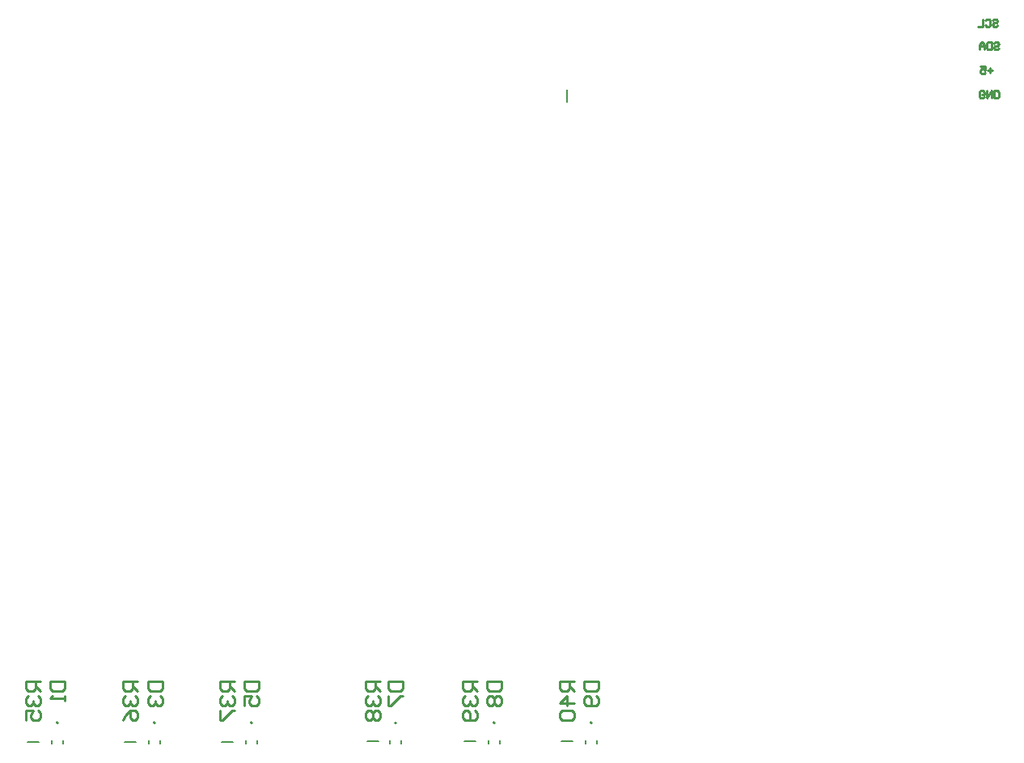
<source format=gbo>
G04*
G04 #@! TF.GenerationSoftware,Altium Limited,Altium Designer,20.0.2 (26)*
G04*
G04 Layer_Color=32896*
%FSLAX25Y25*%
%MOIN*%
G70*
G01*
G75*
%ADD10C,0.00787*%
%ADD11C,0.01000*%
D10*
X377394Y149374D02*
G03*
X377394Y149374I-394J0D01*
G01*
X417394D02*
G03*
X417394Y149374I-394J0D01*
G01*
X336894D02*
G03*
X336894Y149374I-394J0D01*
G01*
X237394D02*
G03*
X237394Y149374I-394J0D01*
G01*
X277394D02*
G03*
X277394Y149374I-394J0D01*
G01*
X197394D02*
G03*
X197394Y149374I-394J0D01*
G01*
X379362Y140713D02*
Y142287D01*
X374638Y140713D02*
Y142287D01*
X414638Y140713D02*
Y142287D01*
X419362Y140713D02*
Y142287D01*
X404638Y141697D02*
X409362D01*
X364638D02*
X369362D01*
X334138Y140713D02*
Y142287D01*
X338862Y140713D02*
Y142287D01*
X324638Y141697D02*
X329362D01*
X234638Y140713D02*
Y142287D01*
X239362Y140713D02*
Y142287D01*
X274638Y140713D02*
Y142287D01*
X279362Y140713D02*
Y142287D01*
X264638Y141500D02*
X269362D01*
X224638D02*
X229362D01*
X184638D02*
X189362D01*
X199362Y140713D02*
Y142287D01*
X194638Y140713D02*
Y142287D01*
X407000Y405638D02*
Y410362D01*
D11*
X578999Y407501D02*
X578500Y407001D01*
X577500D01*
X577000Y407501D01*
Y409500D01*
X577500Y410000D01*
X578500D01*
X578999Y409500D01*
Y408500D01*
X578000D01*
X579999Y410000D02*
Y407001D01*
X581998Y410000D01*
Y407001D01*
X582998D02*
Y410000D01*
X584498D01*
X584997Y409500D01*
Y407501D01*
X584498Y407001D01*
X582998D01*
X582501Y438999D02*
X583001Y439499D01*
X584000D01*
X584500Y438999D01*
Y438499D01*
X584000Y437999D01*
X583001D01*
X582501Y437500D01*
Y437000D01*
X583001Y436500D01*
X584000D01*
X584500Y437000D01*
X579502Y438999D02*
X580001Y439499D01*
X581001D01*
X581501Y438999D01*
Y437000D01*
X581001Y436500D01*
X580001D01*
X579502Y437000D01*
X578502Y439499D02*
Y436500D01*
X576503D01*
X583001Y429499D02*
X583500Y429999D01*
X584500D01*
X585000Y429499D01*
Y428999D01*
X584500Y428500D01*
X583500D01*
X583001Y428000D01*
Y427500D01*
X583500Y427000D01*
X584500D01*
X585000Y427500D01*
X582001Y429999D02*
Y427000D01*
X580502D01*
X580002Y427500D01*
Y429499D01*
X580502Y429999D01*
X582001D01*
X579002Y427000D02*
Y428999D01*
X578002Y429999D01*
X577003Y428999D01*
Y427000D01*
Y428500D01*
X579002D01*
X582500Y418500D02*
X580501D01*
X581500Y419499D02*
Y417500D01*
X577502Y419999D02*
X579501D01*
Y418500D01*
X578501Y418999D01*
X578001D01*
X577502Y418500D01*
Y417500D01*
X578001Y417000D01*
X579001D01*
X579501Y417500D01*
X410000Y166500D02*
X404002D01*
Y163501D01*
X405002Y162501D01*
X407001D01*
X408001Y163501D01*
Y166500D01*
Y164501D02*
X410000Y162501D01*
Y157503D02*
X404002D01*
X407001Y160502D01*
Y156503D01*
X405002Y154504D02*
X404002Y153504D01*
Y151505D01*
X405002Y150505D01*
X409000D01*
X410000Y151505D01*
Y153504D01*
X409000Y154504D01*
X405002D01*
X370000Y166500D02*
X364002D01*
Y163501D01*
X365002Y162501D01*
X367001D01*
X368001Y163501D01*
Y166500D01*
Y164501D02*
X370000Y162501D01*
X365002Y160502D02*
X364002Y159502D01*
Y157503D01*
X365002Y156503D01*
X366001D01*
X367001Y157503D01*
Y158503D01*
Y157503D01*
X368001Y156503D01*
X369000D01*
X370000Y157503D01*
Y159502D01*
X369000Y160502D01*
Y154504D02*
X370000Y153504D01*
Y151505D01*
X369000Y150505D01*
X365002D01*
X364002Y151505D01*
Y153504D01*
X365002Y154504D01*
X366001D01*
X367001Y153504D01*
Y150505D01*
X330000Y166500D02*
X324002D01*
Y163501D01*
X325002Y162501D01*
X327001D01*
X328001Y163501D01*
Y166500D01*
Y164501D02*
X330000Y162501D01*
X325002Y160502D02*
X324002Y159502D01*
Y157503D01*
X325002Y156503D01*
X326001D01*
X327001Y157503D01*
Y158503D01*
Y157503D01*
X328001Y156503D01*
X329000D01*
X330000Y157503D01*
Y159502D01*
X329000Y160502D01*
X325002Y154504D02*
X324002Y153504D01*
Y151505D01*
X325002Y150505D01*
X326001D01*
X327001Y151505D01*
X328001Y150505D01*
X329000D01*
X330000Y151505D01*
Y153504D01*
X329000Y154504D01*
X328001D01*
X327001Y153504D01*
X326001Y154504D01*
X325002D01*
X327001Y153504D02*
Y151505D01*
X374002Y166500D02*
X380000D01*
Y163501D01*
X379000Y162501D01*
X375002D01*
X374002Y163501D01*
Y166500D01*
X375002Y160502D02*
X374002Y159502D01*
Y157503D01*
X375002Y156503D01*
X376001D01*
X377001Y157503D01*
X378001Y156503D01*
X379000D01*
X380000Y157503D01*
Y159502D01*
X379000Y160502D01*
X378001D01*
X377001Y159502D01*
X376001Y160502D01*
X375002D01*
X377001Y159502D02*
Y157503D01*
X333502Y166500D02*
X339500D01*
Y163501D01*
X338500Y162501D01*
X334502D01*
X333502Y163501D01*
Y166500D01*
Y160502D02*
Y156503D01*
X334502D01*
X338500Y160502D01*
X339500D01*
X414002Y166500D02*
X420000D01*
Y163501D01*
X419000Y162501D01*
X415002D01*
X414002Y163501D01*
Y166500D01*
X419000Y160502D02*
X420000Y159502D01*
Y157503D01*
X419000Y156503D01*
X415002D01*
X414002Y157503D01*
Y159502D01*
X415002Y160502D01*
X416001D01*
X417001Y159502D01*
Y156503D01*
X270000Y166500D02*
X264002D01*
Y163501D01*
X265002Y162501D01*
X267001D01*
X268001Y163501D01*
Y166500D01*
Y164501D02*
X270000Y162501D01*
X265002Y160502D02*
X264002Y159502D01*
Y157503D01*
X265002Y156503D01*
X266001D01*
X267001Y157503D01*
Y158503D01*
Y157503D01*
X268001Y156503D01*
X269000D01*
X270000Y157503D01*
Y159502D01*
X269000Y160502D01*
X264002Y154504D02*
Y150505D01*
X265002D01*
X269000Y154504D01*
X270000D01*
X230000Y166500D02*
X224002D01*
Y163501D01*
X225002Y162501D01*
X227001D01*
X228001Y163501D01*
Y166500D01*
Y164501D02*
X230000Y162501D01*
X225002Y160502D02*
X224002Y159502D01*
Y157503D01*
X225002Y156503D01*
X226001D01*
X227001Y157503D01*
Y158503D01*
Y157503D01*
X228001Y156503D01*
X229000D01*
X230000Y157503D01*
Y159502D01*
X229000Y160502D01*
X224002Y150505D02*
X225002Y152505D01*
X227001Y154504D01*
X229000D01*
X230000Y153504D01*
Y151505D01*
X229000Y150505D01*
X228001D01*
X227001Y151505D01*
Y154504D01*
X274002Y166500D02*
X280000D01*
Y163501D01*
X279000Y162501D01*
X275002D01*
X274002Y163501D01*
Y166500D01*
Y156503D02*
Y160502D01*
X277001D01*
X276001Y158503D01*
Y157503D01*
X277001Y156503D01*
X279000D01*
X280000Y157503D01*
Y159502D01*
X279000Y160502D01*
X234502Y166500D02*
X240500D01*
Y163501D01*
X239500Y162501D01*
X235502D01*
X234502Y163501D01*
Y166500D01*
X235502Y160502D02*
X234502Y159502D01*
Y157503D01*
X235502Y156503D01*
X236501D01*
X237501Y157503D01*
Y158503D01*
Y157503D01*
X238501Y156503D01*
X239500D01*
X240500Y157503D01*
Y159502D01*
X239500Y160502D01*
X190000Y166500D02*
X184002D01*
Y163501D01*
X185002Y162501D01*
X187001D01*
X188001Y163501D01*
Y166500D01*
Y164501D02*
X190000Y162501D01*
X185002Y160502D02*
X184002Y159502D01*
Y157503D01*
X185002Y156503D01*
X186001D01*
X187001Y157503D01*
Y158503D01*
Y157503D01*
X188001Y156503D01*
X189000D01*
X190000Y157503D01*
Y159502D01*
X189000Y160502D01*
X184002Y150505D02*
Y154504D01*
X187001D01*
X186001Y152505D01*
Y151505D01*
X187001Y150505D01*
X189000D01*
X190000Y151505D01*
Y153504D01*
X189000Y154504D01*
X194002Y166500D02*
X200000D01*
Y163501D01*
X199000Y162501D01*
X195002D01*
X194002Y163501D01*
Y166500D01*
X200000Y160502D02*
Y158503D01*
Y159502D01*
X194002D01*
X195002Y160502D01*
M02*

</source>
